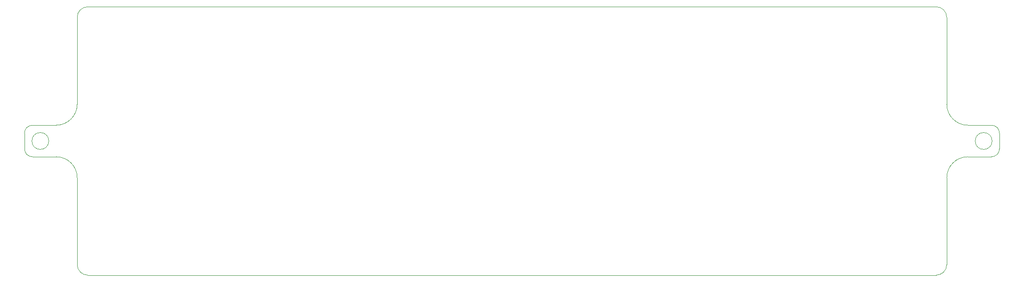
<source format=gbr>
%TF.GenerationSoftware,KiCad,Pcbnew,9.0.0*%
%TF.CreationDate,2025-03-11T11:24:58+01:00*%
%TF.ProjectId,CNIX V2 Tube Board,434e4958-2056-4322-9054-75626520426f,rev?*%
%TF.SameCoordinates,Original*%
%TF.FileFunction,Profile,NP*%
%FSLAX46Y46*%
G04 Gerber Fmt 4.6, Leading zero omitted, Abs format (unit mm)*
G04 Created by KiCad (PCBNEW 9.0.0) date 2025-03-11 11:24:58*
%MOMM*%
%LPD*%
G01*
G04 APERTURE LIST*
%TA.AperFunction,Profile*%
%ADD10C,0.050000*%
%TD*%
G04 APERTURE END LIST*
D10*
X57500000Y-97500000D02*
X62000000Y-97500000D01*
X57500000Y-103500000D02*
X62000000Y-103500000D01*
X56000000Y-99000000D02*
X56000000Y-102000000D01*
X66000000Y-77000000D02*
X66000000Y-93500000D01*
X231000000Y-124000000D02*
X231000000Y-107500000D01*
X229000000Y-126000000D02*
X68000000Y-126000000D01*
X229000000Y-75000000D02*
G75*
G02*
X231000000Y-77000000I0J-2000000D01*
G01*
X239500000Y-97500000D02*
X235000000Y-97500000D01*
X231000000Y-93500000D02*
X231000000Y-77000000D01*
X235000000Y-97500000D02*
G75*
G02*
X231000000Y-93500000I0J4000000D01*
G01*
X231000000Y-107500000D02*
G75*
G02*
X235000000Y-103500000I4000000J0D01*
G01*
X62000000Y-103500000D02*
G75*
G02*
X66000000Y-107500000I0J-4000000D01*
G01*
X60600000Y-100500000D02*
G75*
G02*
X57400000Y-100500000I-1600000J0D01*
G01*
X57400000Y-100500000D02*
G75*
G02*
X60600000Y-100500000I1600000J0D01*
G01*
X239500000Y-97500000D02*
G75*
G02*
X241000000Y-99000000I0J-1500000D01*
G01*
X231000000Y-124000000D02*
G75*
G02*
X229000000Y-126000000I-2000000J0D01*
G01*
X239500000Y-103500000D02*
X235000000Y-103500000D01*
X66000000Y-77000000D02*
G75*
G02*
X68000000Y-75000000I2000000J0D01*
G01*
X241000000Y-102000000D02*
X241000000Y-99000000D01*
X239600000Y-100500000D02*
G75*
G02*
X236400000Y-100500000I-1600000J0D01*
G01*
X236400000Y-100500000D02*
G75*
G02*
X239600000Y-100500000I1600000J0D01*
G01*
X68000000Y-75000000D02*
X229000000Y-75000000D01*
X68000000Y-126000000D02*
G75*
G02*
X66000000Y-124000000I0J2000000D01*
G01*
X66000000Y-107500000D02*
X66000000Y-124000000D01*
X56000000Y-99000000D02*
G75*
G02*
X57500000Y-97500000I1500000J0D01*
G01*
X241000000Y-102000000D02*
G75*
G02*
X239500000Y-103500000I-1500000J0D01*
G01*
X57500000Y-103500000D02*
G75*
G02*
X56000000Y-102000000I0J1500000D01*
G01*
X66000000Y-93500000D02*
G75*
G02*
X62000000Y-97500000I-4000000J0D01*
G01*
M02*

</source>
